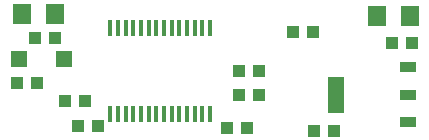
<source format=gbr>
G04 EAGLE Gerber RS-274X export*
G75*
%MOMM*%
%FSLAX34Y34*%
%LPD*%
%INSolderpaste Bottom*%
%IPPOS*%
%AMOC8*
5,1,8,0,0,1.08239X$1,22.5*%
G01*
%ADD10R,1.600000X1.800000*%
%ADD11R,1.100000X1.000000*%
%ADD12R,0.348000X1.397000*%
%ADD13R,1.000000X1.100000*%
%ADD14R,1.400000X1.400000*%
%ADD15R,1.460500X0.838200*%
%ADD16R,1.460500X3.098800*%


D10*
X49560Y144780D03*
X21560Y144780D03*
X349788Y142748D03*
X321788Y142748D03*
D11*
X285360Y45720D03*
X268360Y45720D03*
X85970Y49530D03*
X68970Y49530D03*
X16900Y86360D03*
X33900Y86360D03*
X49140Y124460D03*
X32140Y124460D03*
X351400Y120142D03*
X334400Y120142D03*
X74540Y71120D03*
X57540Y71120D03*
X211700Y48260D03*
X194700Y48260D03*
D12*
X180680Y133080D03*
X174180Y133080D03*
X167680Y133080D03*
X161180Y133080D03*
X154680Y133080D03*
X148180Y133080D03*
X141680Y133080D03*
X128680Y133080D03*
X135180Y133080D03*
X122180Y133080D03*
X115680Y133080D03*
X109180Y133080D03*
X102680Y133080D03*
X96180Y133080D03*
X180680Y59960D03*
X174180Y59960D03*
X167680Y59960D03*
X161180Y59960D03*
X154680Y59960D03*
X148180Y59960D03*
X141680Y59960D03*
X135180Y59960D03*
X128680Y59960D03*
X122180Y59960D03*
X115680Y59960D03*
X109180Y59960D03*
X102680Y59960D03*
X96180Y59960D03*
D13*
X267580Y129540D03*
X250580Y129540D03*
X221860Y96520D03*
X204860Y96520D03*
X221860Y76200D03*
X204860Y76200D03*
D14*
X19100Y106172D03*
X57100Y106172D03*
D15*
X348171Y99314D03*
X348171Y76200D03*
X348171Y53086D03*
D16*
X286830Y76200D03*
M02*

</source>
